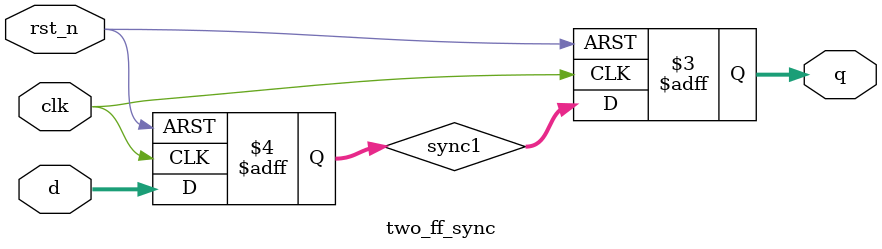
<source format=v>
`timescale 1ns / 1ps

module two_ff_sync #(parameter PTR_WIDTH = 3)(
    input clk, rst_n,
    input [PTR_WIDTH:0] d,
    output reg [PTR_WIDTH:0] q
);
    reg [PTR_WIDTH:0] sync1;

    always @(posedge clk or negedge rst_n) begin
        if (!rst_n) begin
            sync1 <= 0;
            q     <= 0;
        end else begin
            sync1 <= d;
            q     <= sync1;
        end
    end
endmodule

</source>
